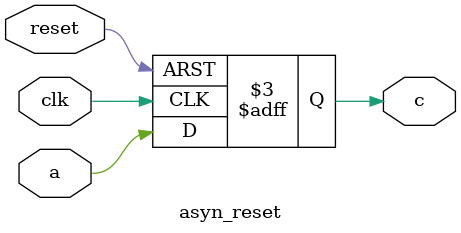
<source format=v>
module  asyn_reset(clk,reset,a,c);
     input clk;
     input reset;
     input a;
     output c; 

   wire clk;
   wire reset;   
   wire a;    
   reg c;
        
always @ (posedge clk or posedge reset)
 if ( reset == 1'b1) begin
   c <= 0;
 end else begin
   c <= a;
 end
endmodule

</source>
